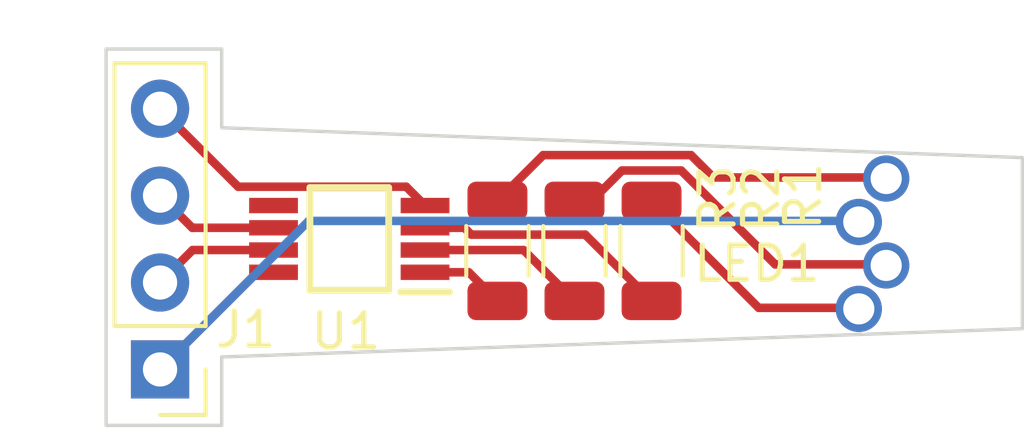
<source format=kicad_pcb>
(kicad_pcb (version 20221018) (generator pcbnew)
  (layers (0 "F.Cu" signal) (31 "B.Cu" signal) (34 "B.Paste" user) (35 "F.Paste" user) (36 "B.SilkS" user "B.Silkscreen") (37 "F.SilkS" user "F.Silkscreen") (38 "B.Mask" user) (39 "F.Mask" user) (44 "Edge.Cuts" user))
  (net 0 "")
  (net 1 "Net-(J1-Pin_1)")
  (net 2 "Net-(J1-Pin_2)")
  (net 3 "Net-(J1-Pin_3)")
  (net 4 "GND")
  (net 5 "Net-(LED1-ANODE_BLUE)")
  (net 6 "Net-(LED1-ANODE_RED)")
  (net 7 "Net-(LED1-ANODE_GREEN)")
  (net 8 "Net-(U1-LED2)")
  (net 9 "Net-(U1-LED1)")
  (net 10 "Net-(U1-LED0)")
  (footprint "Resistor_SMD:R_1206_3216Metric" (layer "F.Cu") (at 32.65 58.55 -90)
    (fp_text reference "R1" (at -1.6 -4.425 90) (layer "F.SilkS"))
    (fp_text value "R_US")
    (fp_line (start -0.727064 -0.91) (end 0.727064 -0.91) (stroke (width 0.12)) (layer "F.SilkS"))
    (fp_line (start -0.727064 0.91) (end 0.727064 0.91) (stroke (width 0.12)) (layer "F.SilkS"))
    (pad "1" smd roundrect (at -1.4625 0 270) (size 1.125 1.75) (layers "F.Cu" "F.Paste" "F.Mask") (roundrect_rratio 0.2222222222) (net 5 "Net-(LED1-ANODE_BLUE)"))
    (pad "2" smd roundrect (at 1.4625 0 270) (size 1.125 1.75) (layers "F.Cu" "F.Paste" "F.Mask") (roundrect_rratio 0.2222222222) (net 8 "Net-(U1-LED2)"))
  )
  (footprint "Connector_PinHeader_2.54mm:PinHeader_1x04_P2.54mm_Vertical" (layer "F.Cu") (at 18.3 62.015 180)
    (fp_text reference "J1" (at -2.5 1.165) (layer "F.SilkS"))
    (fp_text value "Conn_01x04")
    (fp_line (start -1.33 -1.33) (end 0 -1.33) (stroke (width 0.12)) (layer "F.SilkS"))
    (fp_line (start -1.33 0) (end -1.33 -1.33) (stroke (width 0.12)) (layer "F.SilkS"))
    (fp_line (start -1.33 1.27) (end -1.33 8.95) (stroke (width 0.12)) (layer "F.SilkS"))
    (fp_line (start -1.33 1.27) (end 1.33 1.27) (stroke (width 0.12)) (layer "F.SilkS"))
    (fp_line (start -1.33 8.95) (end 1.33 8.95) (stroke (width 0.12)) (layer "F.SilkS"))
    (fp_line (start 1.33 1.27) (end 1.33 8.95) (stroke (width 0.12)) (layer "F.SilkS"))
    (pad "1" thru_hole rect (at 0 0 180) (size 1.7 1.7) (drill 1) (layers "*.Cu" "*.Mask") (net 1 "Net-(J1-Pin_1)"))
    (pad "2" thru_hole oval (at 0 2.54 180) (size 1.7 1.7) (drill 1) (layers "*.Cu" "*.Mask") (net 2 "Net-(J1-Pin_2)"))
    (pad "3" thru_hole oval (at 0 5.08 180) (size 1.7 1.7) (drill 1) (layers "*.Cu" "*.Mask") (net 3 "Net-(J1-Pin_3)"))
    (pad "4" thru_hole oval (at 0 7.62 180) (size 1.7 1.7) (drill 1) (layers "*.Cu" "*.Mask") (net 4 "GND"))
  )
  (footprint "KiCad:SOP65P490X110-8N" (layer "F.Cu") (at 23.825 58.2 180)
    (fp_text reference "U1" (at 0.1 -2.7) (layer "F.SilkS"))
    (fp_text value "PCA9533DP_02,118" hide)
    (fp_line (start -2.925 -1.55) (end -1.5 -1.55) (stroke (width 0.2)) (layer "F.SilkS"))
    (fp_line (start -1.15 -1.5) (end 1.15 -1.5) (stroke (width 0.2)) (layer "F.SilkS"))
    (fp_line (start -1.15 1.5) (end -1.15 -1.5) (stroke (width 0.2)) (layer "F.SilkS"))
    (fp_line (start 1.15 -1.5) (end 1.15 1.5) (stroke (width 0.2)) (layer "F.SilkS"))
    (fp_line (start 1.15 1.5) (end -1.15 1.5) (stroke (width 0.2)) (layer "F.SilkS"))
    (pad "1" smd rect (at -2.212 -0.975 270) (size 0.45 1.425) (layers "F.Cu" "F.Paste" "F.Mask") (net 10 "Net-(U1-LED0)"))
    (pad "2" smd rect (at -2.212 -0.325 270) (size 0.45 1.425) (layers "F.Cu" "F.Paste" "F.Mask") (net 9 "Net-(U1-LED1)"))
    (pad "3" smd rect (at -2.212 0.325 270) (size 0.45 1.425) (layers "F.Cu" "F.Paste" "F.Mask") (net 8 "Net-(U1-LED2)"))
    (pad "4" smd rect (at -2.212 0.975 270) (size 0.45 1.425) (layers "F.Cu" "F.Paste" "F.Mask") (net 4 "GND"))
    (pad "5" smd rect (at 2.212 0.975 270) (size 0.45 1.425) (layers "F.Cu" "F.Paste" "F.Mask"))
    (pad "6" smd rect (at 2.212 0.325 270) (size 0.45 1.425) (layers "F.Cu" "F.Paste" "F.Mask") (net 3 "Net-(J1-Pin_3)"))
    (pad "7" smd rect (at 2.212 -0.325 270) (size 0.45 1.425) (layers "F.Cu" "F.Paste" "F.Mask") (net 2 "Net-(J1-Pin_2)"))
    (pad "8" smd rect (at 2.212 -0.975 270) (size 0.45 1.425) (layers "F.Cu" "F.Paste" "F.Mask") (net 1 "Net-(J1-Pin_1)"))
  )
  (footprint "Resistor_SMD:R_1206_3216Metric" (layer "F.Cu") (at 30.4 58.55 -90)
    (fp_text reference "R2" (at -1.525 -5.45 90) (layer "F.SilkS"))
    (fp_text value "R_US")
    (fp_line (start -0.727064 -0.91) (end 0.727064 -0.91) (stroke (width 0.12)) (layer "F.SilkS"))
    (fp_line (start -0.727064 0.91) (end 0.727064 0.91) (stroke (width 0.12)) (layer "F.SilkS"))
    (pad "1" smd roundrect (at -1.4625 0 270) (size 1.125 1.75) (layers "F.Cu" "F.Paste" "F.Mask") (roundrect_rratio 0.2222222222) (net 6 "Net-(LED1-ANODE_RED)"))
    (pad "2" smd roundrect (at 1.4625 0 270) (size 1.125 1.75) (layers "F.Cu" "F.Paste" "F.Mask") (roundrect_rratio 0.2222222222) (net 9 "Net-(U1-LED1)"))
  )
  (footprint "Resistor_SMD:R_1206_3216Metric" (layer "F.Cu") (at 28.15 58.55 -90)
    (fp_text reference "R3" (at -1.525 -6.425 90) (layer "F.SilkS"))
    (fp_text value "R_US")
    (fp_line (start -0.727064 -0.91) (end 0.727064 -0.91) (stroke (width 0.12)) (layer "F.SilkS"))
    (fp_line (start -0.727064 0.91) (end 0.727064 0.91) (stroke (width 0.12)) (layer "F.SilkS"))
    (pad "1" smd roundrect (at -1.4625 0 270) (size 1.125 1.75) (layers "F.Cu" "F.Paste" "F.Mask") (roundrect_rratio 0.2222222222) (net 7 "Net-(LED1-ANODE_GREEN)"))
    (pad "2" smd roundrect (at 1.4625 0 270) (size 1.125 1.75) (layers "F.Cu" "F.Paste" "F.Mask") (roundrect_rratio 0.2222222222) (net 10 "Net-(U1-LED0)"))
  )
  (footprint "KiCad:HV5RGB25" (layer "F.Cu") (at 38.7 60.245 90)
    (fp_text reference "LED1" (at 1.32 -2.975 180) (layer "F.SilkS"))
    (fp_text value "HV-5RGB60" hide)
    (pad "1" thru_hole circle (at 0 0 90) (size 1.35 1.35) (drill 0.91) (layers "*.Cu" "*.Mask") (net 5 "Net-(LED1-ANODE_BLUE)"))
    (pad "2" thru_hole circle (at 1.27 0.8 90) (size 1.35 1.35) (drill 0.91) (layers "*.Cu" "*.Mask") (net 6 "Net-(LED1-ANODE_RED)"))
    (pad "3" thru_hole circle (at 2.54 0 90) (size 1.35 1.35) (drill 0.91) (layers "*.Cu" "*.Mask") (net 1 "Net-(J1-Pin_1)"))
    (pad "4" thru_hole circle (at 3.81 0.8 90) (size 1.35 1.35) (drill 0.91) (layers "*.Cu" "*.Mask") (net 7 "Net-(LED1-ANODE_GREEN)"))
  )
  (gr_line (start 20.1 61.65) (end 20.1 63.65) (stroke (width 0.1)) (layer "Edge.Cuts"))
  (gr_line (start 16.725 52.65) (end 20.1 52.65) (stroke (width 0.1)) (layer "Edge.Cuts"))
  (gr_line (start 43.474095 60.8245) (end 20.1 61.65) (stroke (width 0.1)) (layer "Edge.Cuts"))
  (gr_line (start 20.1 52.65) (end 20.1 54.95) (stroke (width 0.1)) (layer "Edge.Cuts"))
  (gr_line (start 20.1 54.95) (end 43.474095 55.8245) (stroke (width 0.1)) (layer "Edge.Cuts"))
  (gr_line (start 16.725 63.65) (end 20.1 63.65) (stroke (width 0.1)) (layer "Edge.Cuts"))
  (gr_line (start 16.725 63.65) (end 16.725 52.65) (stroke (width 0.1)) (layer "Edge.Cuts"))
  (gr_line (start 43.474095 55.8245) (end 43.474095 60.8245) (stroke (width 0.1)) (layer "Edge.Cuts"))
  (segment (start 21.613 59.175) (end 21.14 59.175) (width 0.25) (layer "F.Cu") (net 1))
  (segment (start 21.14 59.175) (end 18.3 62.015) (width 0.25) (layer "F.Cu") (net 1))
  (segment (start 38.6245 57.6745) (end 22.6405 57.6745) (width 0.25) (layer "B.Cu") (net 1))
  (segment (start 38.7 57.75) (end 38.6245 57.6745) (width 0.25) (layer "B.Cu") (net 1))
  (segment (start 22.6405 57.6745) (end 18.3 62.015) (width 0.25) (layer "B.Cu") (net 1))
  (segment (start 21.613 58.525) (end 19.25 58.525) (width 0.25) (layer "F.Cu") (net 2))
  (segment (start 19.25 58.525) (end 18.3 59.475) (width 0.25) (layer "F.Cu") (net 2))
  (segment (start 18.3 59.475) (end 18.3 59.05) (width 0.25) (layer "B.Cu") (net 2))
  (segment (start 19.24 57.875) (end 18.3 56.935) (width 0.25) (layer "F.Cu") (net 3))
  (segment (start 21.613 57.875) (end 19.24 57.875) (width 0.25) (layer "F.Cu") (net 3))
  (segment (start 18.299095 57.2595) (end 18.608096 56.950499) (width 0.25) (layer "B.Cu") (net 3))
  (segment (start 25.487 56.675) (end 20.58 56.675) (width 0.25) (layer "F.Cu") (net 4))
  (segment (start 20.58 56.675) (end 18.3 54.395) (width 0.25) (layer "F.Cu") (net 4))
  (segment (start 26.037 57.225) (end 25.487 56.675) (width 0.25) (layer "F.Cu") (net 4))
  (segment (start 38.6245 60.2145) (end 38.7 60.29) (width 0.25) (layer "F.Cu") (net 5))
  (segment (start 35.777 60.2145) (end 38.6245 60.2145) (width 0.25) (layer "F.Cu") (net 5))
  (segment (start 32.65 57.0875) (end 35.777 60.2145) (width 0.25) (layer "F.Cu") (net 5))
  (segment (start 36.257673 58.9445) (end 39.4245 58.9445) (width 0.25) (layer "F.Cu") (net 6))
  (segment (start 30.899327 57.0875) (end 31.786827 56.2) (width 0.25) (layer "F.Cu") (net 6))
  (segment (start 31.786827 56.2) (end 33.513173 56.2) (width 0.25) (layer "F.Cu") (net 6))
  (segment (start 30.4 57.0875) (end 30.899327 57.0875) (width 0.25) (layer "F.Cu") (net 6))
  (segment (start 39.4245 58.9445) (end 39.5 59.02) (width 0.25) (layer "F.Cu") (net 6))
  (segment (start 33.513173 56.2) (end 36.257673 58.9445) (width 0.25) (layer "F.Cu") (net 6))
  (segment (start 39.4245 56.4045) (end 39.5 56.48) (width 0.25) (layer "F.Cu") (net 7))
  (segment (start 33.8 55.75) (end 34.4545 56.4045) (width 0.25) (layer "F.Cu") (net 7))
  (segment (start 28.15 57.0875) (end 29.4875 55.75) (width 0.25) (layer "F.Cu") (net 7))
  (segment (start 34.4545 56.4045) (end 39.4245 56.4045) (width 0.25) (layer "F.Cu") (net 7))
  (segment (start 29.4875 55.75) (end 33.8 55.75) (width 0.25) (layer "F.Cu") (net 7))
  (segment (start 26.037 57.875) (end 27.186827 57.875) (width 0.25) (layer "F.Cu") (net 8))
  (segment (start 27.386827 58.075) (end 30.7125 58.075) (width 0.25) (layer "F.Cu") (net 8))
  (segment (start 30.7125 58.075) (end 32.65 60.0125) (width 0.25) (layer "F.Cu") (net 8))
  (segment (start 27.186827 57.875) (end 27.386827 58.075) (width 0.25) (layer "F.Cu") (net 8))
  (segment (start 26.037 58.525) (end 28.9125 58.525) (width 0.25) (layer "F.Cu") (net 9))
  (segment (start 28.9125 58.525) (end 30.4 60.0125) (width 0.25) (layer "F.Cu") (net 9))
  (segment (start 27.3125 59.175) (end 28.15 60.0125) (width 0.25) (layer "F.Cu") (net 10))
  (segment (start 26.037 59.175) (end 27.3125 59.175) (width 0.25) (layer "F.Cu") (net 10))
)
</source>
